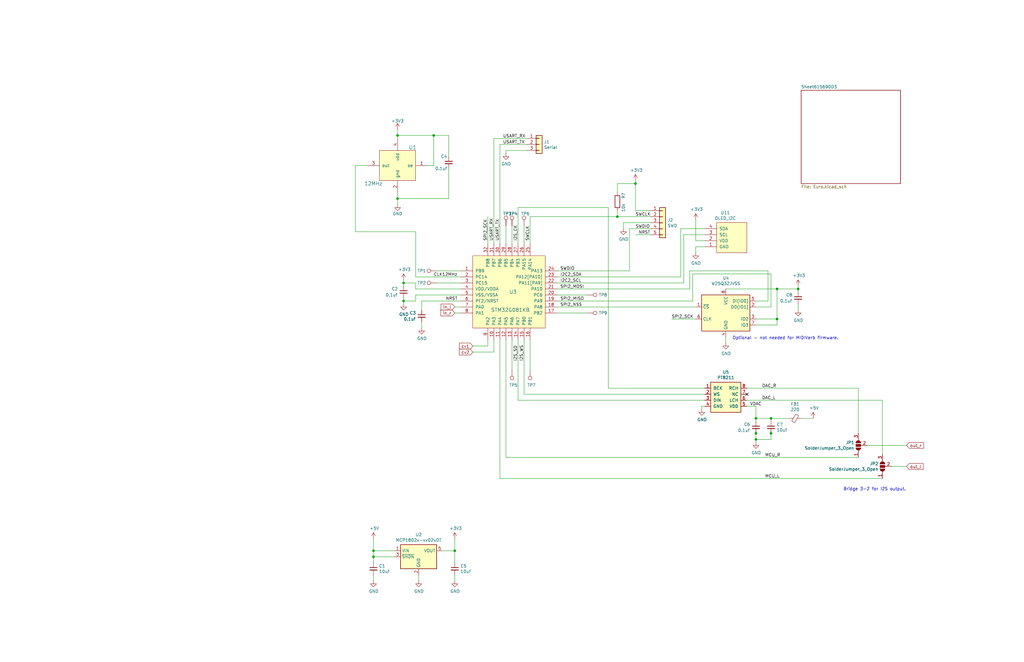
<source format=kicad_sch>
(kicad_sch (version 20231120) (generator "eeschema") (generator_version "8.0")
  (paper "B")
  (title_block (title "G081_Audio") (date "2021-09-28") (rev "-"))
  (lib_symbols
    (symbol "Connector:TestPoint" (pin_numbers hide) (pin_names (offset 0.762) hide)
      (property "Reference" "TP" (at 0 6.858 0))
      (property "Value" "TestPoint" (at 0 5.08 0))
      (symbol "TestPoint_0_1"
        (circle (center 0 3.302) (radius 0.762))
      )
      (symbol "TestPoint_1_1"
        (pin passive line (at 0 0 90) (length 2.54) (name "1") (number "1"))
      )
    )
    (symbol "Connector_Generic:Conn_01x03" (pin_names (offset 1.016) hide)
      (property "Reference" "J" (at 0 5.08 0))
      (property "Value" "Conn_01x03" (at 0 -5.08 0))
      (symbol "Conn_01x03_1_1"
        (rectangle (start -1.27 -2.413) (end 0 -2.667) (stroke (width 0.1524)))
        (rectangle (start -1.27 0.127) (end 0 -0.127) (stroke (width 0.1524)))
        (rectangle (start -1.27 2.667) (end 0 2.413) (stroke (width 0.1524)))
        (rectangle (start -1.27 3.81) (end 1.27 -3.81) (stroke (width 0.254)) (fill (type background)))
        (pin passive line (at -5.08 2.54 0) (length 3.81) (name "Pin_1") (number "1"))
        (pin passive line (at -5.08 0 0) (length 3.81) (name "Pin_2") (number "2"))
        (pin passive line (at -5.08 -2.54 0) (length 3.81) (name "Pin_3") (number "3"))
      )
    )
    (symbol "Connector_Generic:Conn_01x05" (pin_names (offset 1.016) hide)
      (property "Reference" "J" (at 0 7.62 0))
      (property "Value" "Conn_01x05" (at 0 -7.62 0))
      (symbol "Conn_01x05_1_1"
        (rectangle (start -1.27 -4.953) (end 0 -5.207) (stroke (width 0.1524)))
        (rectangle (start -1.27 -2.413) (end 0 -2.667) (stroke (width 0.1524)))
        (rectangle (start -1.27 0.127) (end 0 -0.127) (stroke (width 0.1524)))
        (rectangle (start -1.27 2.667) (end 0 2.413) (stroke (width 0.1524)))
        (rectangle (start -1.27 5.207) (end 0 4.953) (stroke (width 0.1524)))
        (rectangle (start -1.27 6.35) (end 1.27 -6.35) (stroke (width 0.254)) (fill (type background)))
        (pin passive line (at -5.08 5.08 0) (length 3.81) (name "Pin_1") (number "1"))
        (pin passive line (at -5.08 2.54 0) (length 3.81) (name "Pin_2") (number "2"))
        (pin passive line (at -5.08 0 0) (length 3.81) (name "Pin_3") (number "3"))
        (pin passive line (at -5.08 -2.54 0) (length 3.81) (name "Pin_4") (number "4"))
        (pin passive line (at -5.08 -5.08 0) (length 3.81) (name "Pin_5") (number "5"))
      )
    )
    (symbol "Device:C_Small" (pin_numbers hide) (pin_names (offset 0.254) hide)
      (property "Reference" "C" (at 0.254 1.778 0))
      (property "Value" "C_Small" (at 0.254 -2.032 0))
      (symbol "C_Small_0_1"
        (polyline (pts (xy -1.524 -0.508) (xy 1.524 -0.508)) (stroke (width 0.3302)))
        (polyline (pts (xy -1.524 0.508) (xy 1.524 0.508)) (stroke (width 0.3048)))
      )
      (symbol "C_Small_1_1"
        (pin passive line (at 0 2.54 270) (length 2.032) (name "~") (number "1"))
        (pin passive line (at 0 -2.54 90) (length 2.032) (name "~") (number "2"))
      )
    )
    (symbol "Device:R" (pin_numbers hide) (pin_names (offset 0))
      (property "Reference" "R" (at 2.032 0 90))
      (property "Value" "R" (at 0 0 90))
      (symbol "R_0_1"
        (rectangle (start -1.016 -2.54) (end 1.016 2.54) (stroke (width 0.254)))
      )
      (symbol "R_1_1"
        (pin passive line (at 0 3.81 270) (length 1.27) (name "~") (number "1"))
        (pin passive line (at 0 -3.81 90) (length 1.27) (name "~") (number "2"))
      )
    )
    (symbol "Memory_Flash:W25Q32JVSS"
      (property "Reference" "U" (at -8.89 8.89 0))
      (property "Value" "W25Q32JVSS" (at 7.62 8.89 0))
      (symbol "W25Q32JVSS_0_1"
        (rectangle (start -10.16 7.62) (end 10.16 -7.62) (stroke (width 0.254)) (fill (type background)))
      )
      (symbol "W25Q32JVSS_1_1"
        (pin input line (at -12.7 2.54 0) (length 2.54) (name "~{CS}") (number "1"))
        (pin bidirectional line (at 12.7 2.54 180) (length 2.54) (name "DO(IO1)") (number "2"))
        (pin bidirectional line (at 12.7 -2.54 180) (length 2.54) (name "IO2") (number "3"))
        (pin power_in line (at 0 -10.16 90) (length 2.54) (name "GND") (number "4"))
        (pin bidirectional line (at 12.7 5.08 180) (length 2.54) (name "DI(IO0)") (number "5"))
        (pin input line (at -12.7 -2.54 0) (length 2.54) (name "CLK") (number "6"))
        (pin bidirectional line (at 12.7 -5.08 180) (length 2.54) (name "IO3") (number "7"))
        (pin power_in line (at 0 10.16 270) (length 2.54) (name "VCC") (number "8"))
      )
    )
    (symbol "Regulator_Linear:MCP1802x-xx02xOT"
      (property "Reference" "U" (at -6.35 6.35 0))
      (property "Value" "MCP1802x-xx02xOT" (at 0 6.35 0))
      (symbol "MCP1802x-xx02xOT_0_1"
        (rectangle (start -7.62 5.08) (end 7.62 -5.08) (stroke (width 0.254)) (fill (type background)))
      )
      (symbol "MCP1802x-xx02xOT_1_1"
        (pin power_in line (at -10.16 2.54 0) (length 2.54) (name "VIN") (number "1"))
        (pin power_in line (at 0 -7.62 90) (length 2.54) (name "GND") (number "2"))
        (pin input line (at -10.16 0 0) (length 2.54) (name "~{SHDN}") (number "3"))
        (pin no_connect line (at 7.62 0 180) (length 2.54) hide (name "NC") (number "4"))
        (pin power_out line (at 10.16 2.54 180) (length 2.54) (name "VOUT") (number "5"))
      )
    )
    (symbol "emeb_library:OLED_I2C" (pin_names (offset 1.016))
      (property "Reference" "U" (at -1.27 8.89 0))
      (property "Value" "OLED_I2C" (at 3.81 -6.35 0))
      (symbol "OLED_I2C_0_1"
        (rectangle (start -2.54 7.62) (end 10.16 -5.08) (fill (type background)))
      )
      (symbol "OLED_I2C_1_1"
        (pin power_in line (at -7.62 5.08 0) (length 5.08) (name "GND") (number "1"))
        (pin power_in line (at -7.62 2.54 0) (length 5.08) (name "VDD") (number "2"))
        (pin power_in line (at -7.62 0 0) (length 5.08) (name "SCL") (number "3"))
        (pin power_in line (at -7.62 -2.54 0) (length 5.08) (name "SDA") (number "4"))
      )
    )
    (symbol "emeb_library:PT8211" (pin_names (offset 1.016))
      (property "Reference" "U" (at -6.35 10.16 0))
      (property "Value" "PT8211" (at -1.27 10.16 0))
      (symbol "PT8211_0_1"
        (rectangle (start -6.35 8.89) (end 6.35 -3.81) (stroke (width 0.254)) (fill (type background)))
      )
      (symbol "PT8211_1_1"
        (pin input line (at -8.89 6.35 0) (length 2.54) (name "BCK") (number "1"))
        (pin input line (at -8.89 3.81 0) (length 2.54) (name "WS") (number "2"))
        (pin input line (at -8.89 1.27 0) (length 2.54) (name "DIN") (number "3"))
        (pin power_in line (at -8.89 -1.27 0) (length 2.54) (name "GND") (number "4"))
        (pin power_in line (at 8.89 -1.27 180) (length 2.54) (name "VDD") (number "5"))
        (pin output line (at 8.89 1.27 180) (length 2.54) (name "LCH") (number "6"))
        (pin no_connect line (at 8.89 3.81 180) (length 2.54) (name "NC") (number "7"))
        (pin output line (at 8.89 6.35 180) (length 2.54) (name "RCH") (number "8"))
      )
    )
    (symbol "emeb_library:STM32G081KB" (pin_names (offset 1.016))
      (property "Reference" "U" (at 0 2.54 0))
      (property "Value" "STM32G081KB" (at 1.27 -6.35 0))
      (symbol "STM32G081KB_0_1"
        (rectangle (start -15.24 15.24) (end 15.24 -15.24) (fill (type background)))
      )
      (symbol "STM32G081KB_1_1"
        (pin input line (at -20.32 8.89 0) (length 5.08) (name "PB9") (number "1"))
        (pin input line (at -6.35 -20.32 90) (length 5.08) (name "PA3") (number "10"))
        (pin input line (at -3.81 -20.32 90) (length 5.08) (name "PA4") (number "11"))
        (pin input line (at -1.27 -20.32 90) (length 5.08) (name "PA5") (number "12"))
        (pin input line (at 1.27 -20.32 90) (length 5.08) (name "PA6") (number "13"))
        (pin input line (at 3.81 -20.32 90) (length 5.08) (name "PA7") (number "14"))
        (pin input line (at 6.35 -20.32 90) (length 5.08) (name "PB0") (number "15"))
        (pin input line (at 8.89 -20.32 90) (length 5.08) (name "PB1") (number "16"))
        (pin input line (at 20.32 -8.89 180) (length 5.08) (name "PB2") (number "17"))
        (pin input line (at 20.32 -6.35 180) (length 5.08) (name "PA8") (number "18"))
        (pin input line (at 20.32 -3.81 180) (length 5.08) (name "PA9") (number "19"))
        (pin input line (at -20.32 6.35 0) (length 5.08) (name "PC14") (number "2"))
        (pin input line (at 20.32 -1.27 180) (length 5.08) (name "PC6") (number "20"))
        (pin input line (at 20.32 1.27 180) (length 5.08) (name "PA10") (number "21"))
        (pin input line (at 20.32 3.81 180) (length 5.08) (name "PA11[PA9]") (number "22"))
        (pin input line (at 20.32 6.35 180) (length 5.08) (name "PA12[PA10]") (number "23"))
        (pin input line (at 20.32 8.89 180) (length 5.08) (name "PA13") (number "24"))
        (pin input line (at 8.89 20.32 270) (length 5.08) (name "PA14") (number "25"))
        (pin input line (at 6.35 20.32 270) (length 5.08) (name "PA15") (number "26"))
        (pin input line (at 3.81 20.32 270) (length 5.08) (name "PB3") (number "27"))
        (pin input line (at 1.27 20.32 270) (length 5.08) (name "PB4") (number "28"))
        (pin input line (at -1.27 20.32 270) (length 5.08) (name "PB5") (number "29"))
        (pin input line (at -20.32 3.81 0) (length 5.08) (name "PC15") (number "3"))
        (pin input line (at -3.81 20.32 270) (length 5.08) (name "PB6") (number "30"))
        (pin input line (at -6.35 20.32 270) (length 5.08) (name "PB7") (number "31"))
        (pin input line (at -8.89 20.32 270) (length 5.08) (name "PB8") (number "32"))
        (pin power_in line (at -20.32 1.27 0) (length 5.08) (name "VDD/VDDA") (number "4"))
        (pin power_in line (at -20.32 -1.27 0) (length 5.08) (name "VSS/VSSA") (number "5"))
        (pin input line (at -20.32 -3.81 0) (length 5.08) (name "PF2/NRST") (number "6"))
        (pin input line (at -20.32 -6.35 0) (length 5.08) (name "PA0") (number "7"))
        (pin input line (at -20.32 -8.89 0) (length 5.08) (name "PA1") (number "8"))
        (pin input line (at -8.89 -20.32 90) (length 5.08) (name "PA2") (number "9"))
      )
    )
    (symbol "emeb_library:XTAL_OSC_OE" (pin_names (offset 1.016))
      (property "Reference" "U" (at -6.35 7.62 0))
      (property "Value" "XTAL_OSC_OE" (at 10.16 -7.62 0))
      (symbol "XTAL_OSC_OE_0_1"
        (rectangle (start -7.62 6.35) (end 7.62 -6.35) (fill (type background)))
      )
      (symbol "XTAL_OSC_OE_1_1"
        (pin input line (at -12.7 0 0) (length 5.08) (name "oe") (number "1"))
        (pin input line (at 0 -11.43 90) (length 5.08) (name "gnd") (number "2"))
        (pin output line (at 12.7 0 180) (length 5.08) (name "out") (number "3"))
        (pin input line (at 0 11.43 270) (length 5.08) (name "vdd") (number "4"))
      )
    )
    (symbol "g081_audio-rescue:+3.3V-power" (power) (pin_names (offset 0))
      (property "Value" "+3.3V-power" (at 0 3.556 0))
      (symbol "+3.3V-power_0_1"
        (polyline (pts (xy -0.762 1.27) (xy 0 2.54)))
        (polyline (pts (xy 0 0) (xy 0 2.54)))
        (polyline (pts (xy 0 2.54) (xy 0.762 1.27)))
      )
      (symbol "+3.3V-power_1_1"
        (pin power_in line (at 0 0 90) (length 0) hide (name "+3V3") (number "1"))
      )
    )
    (symbol "g081_audio-rescue:Ferrite_Bead_Small-Device" (pin_numbers hide) (pin_names (offset 0))
      (property "Reference" "FB" (at 1.905 1.27 0))
      (property "Value" "Ferrite_Bead_Small-Device" (at 1.905 -1.27 0))
      (symbol "Ferrite_Bead_Small-Device_0_1"
        (polyline (pts (xy 0 -1.27) (xy 0 -0.7874)))
        (polyline (pts (xy 0 0.889) (xy 0 1.2954)))
        (polyline (pts (xy -1.8288 0.2794) (xy -1.1176 1.4986) (xy 1.8288 -0.2032) (xy 1.1176 -1.4224) (xy -1.8288 0.2794)))
      )
      (symbol "Ferrite_Bead_Small-Device_1_1"
        (pin passive line (at 0 2.54 270) (length 1.27) (name "~") (number "1"))
        (pin passive line (at 0 -2.54 90) (length 1.27) (name "~") (number "2"))
      )
    )
    (symbol "g081_audio-rescue:SolderJumper_3_Open-Jumper" (pin_names (offset 0) hide)
      (property "Reference" "JP" (at -2.54 -2.54 0))
      (property "Value" "SolderJumper_3_Open-Jumper" (at 0 2.794 0))
      (symbol "SolderJumper_3_Open-Jumper_0_1"
        (arc (start -1.016 1.016) (mid -2.0275 0) (end -1.016 -1.016))
        (arc (start -1.016 1.016) (mid -2.0275 0) (end -1.016 -1.016) (fill (type outline)))
        (rectangle (start -0.508 1.016) (end 0.508 -1.016) (fill (type outline)))
        (polyline (pts (xy -2.54 0) (xy -2.032 0)))
        (polyline (pts (xy -1.016 1.016) (xy -1.016 -1.016)))
        (polyline (pts (xy 0 -1.27) (xy 0 -1.016)))
        (polyline (pts (xy 1.016 1.016) (xy 1.016 -1.016)))
        (polyline (pts (xy 2.54 0) (xy 2.032 0)))
        (arc (start 1.016 -1.016) (mid 2.0275 0) (end 1.016 1.016))
        (arc (start 1.016 -1.016) (mid 2.0275 0) (end 1.016 1.016) (fill (type outline)))
      )
      (symbol "SolderJumper_3_Open-Jumper_1_1"
        (pin passive line (at -5.08 0 0) (length 2.54) (name "A") (number "1"))
        (pin input line (at 0 -3.81 90) (length 2.54) (name "C") (number "2"))
        (pin passive line (at 5.08 0 180) (length 2.54) (name "B") (number "3"))
      )
    )
    (symbol "power:+5V" (power) (pin_names (offset 0))
      (property "Value" "+5V" (at 0 3.556 0))
      (symbol "+5V_0_1"
        (polyline (pts (xy -0.762 1.27) (xy 0 2.54)))
        (polyline (pts (xy 0 0) (xy 0 2.54)))
        (polyline (pts (xy 0 2.54) (xy 0.762 1.27)))
      )
      (symbol "+5V_1_1"
        (pin power_in line (at 0 0 90) (length 0) hide (name "+5V") (number "1"))
      )
    )
    (symbol "power:GND" (power) (pin_names (offset 0))
      (property "Value" "GND" (at 0 -3.81 0))
      (symbol "GND_0_1"
        (polyline (pts (xy 0 0) (xy 0 -1.27) (xy 1.27 -1.27) (xy 0 -2.54) (xy -1.27 -1.27) (xy 0 -1.27)))
      )
      (symbol "GND_1_1"
        (pin power_in line (at 0 0 270) (length 0) hide (name "GND") (number "1"))
      )
    )
  )
  (junction (at 327.66 134.62))
  (junction (at 170.18 119.38))
  (junction (at 260.35 91.44))
  (junction (at 267.97 77.47))
  (junction (at 318.77 176.53))
  (junction (at 191.77 232.41))
  (junction (at 325.12 176.53))
  (junction (at 327.66 121.92))
  (junction (at 336.55 121.92))
  (junction (at 167.64 83.82))
  (junction (at 167.64 57.15))
  (junction (at 318.77 182.88))
  (junction (at 325.12 182.88))
  (junction (at 318.77 185.42))
  (junction (at 157.48 234.95))
  (junction (at 170.18 127))
  (junction (at 157.48 232.41))
  (junction (at 182.88 57.15))
  (no_connect (at 314.96 166.37))
  (wire (pts (xy 318.77 137.16) (xy 327.66 137.16)))
  (wire (pts (xy 292.1 127) (xy 292.1 115.57)))
  (wire (pts (xy 213.36 95.25) (xy 213.36 102.87)))
  (wire (pts (xy 213.36 193.04) (xy 361.95 193.04)))
  (wire (pts (xy 295.91 171.45) (xy 295.91 172.72)))
  (wire (pts (xy 210.82 60.96) (xy 222.25 60.96)))
  (wire (pts (xy 208.28 58.42) (xy 222.25 58.42)))
  (wire (pts (xy 274.32 88.9) (xy 267.97 88.9)))
  (wire (pts (xy 234.95 114.3) (xy 265.43 114.3)))
  (wire (pts (xy 167.64 54.61) (xy 167.64 57.15)))
  (wire (pts (xy 215.9 95.25) (xy 215.9 102.87)))
  (wire (pts (xy 297.18 104.14) (xy 293.37 104.14)))
  (wire (pts (xy 166.37 232.41) (xy 157.48 232.41)))
  (wire (pts (xy 318.77 176.53) (xy 318.77 177.8)))
  (wire (pts (xy 234.95 119.38) (xy 288.29 119.38)))
  (wire (pts (xy 325.12 181.61) (xy 325.12 182.88)))
  (wire (pts (xy 323.85 114.3) (xy 290.83 114.3)))
  (wire (pts (xy 260.35 77.47) (xy 260.35 81.28)))
  (wire (pts (xy 318.77 182.88) (xy 318.77 181.61)))
  (wire (pts (xy 325.12 115.57) (xy 325.12 129.54)))
  (wire (pts (xy 306.07 144.78) (xy 306.07 142.24)))
  (wire (pts (xy 327.66 137.16) (xy 327.66 134.62)))
  (wire (pts (xy 218.44 87.63) (xy 218.44 102.87)))
  (wire (pts (xy 297.18 171.45) (xy 295.91 171.45)))
  (wire (pts (xy 274.32 93.98) (xy 262.89 93.98)))
  (wire (pts (xy 260.35 88.9) (xy 260.35 91.44)))
  (wire (pts (xy 213.36 64.77) (xy 213.36 63.5)))
  (wire (pts (xy 210.82 102.87) (xy 210.82 60.96)))
  (wire (pts (xy 149.86 97.79) (xy 149.86 69.85)))
  (wire (pts (xy 327.66 134.62) (xy 327.66 121.92)))
  (wire (pts (xy 292.1 115.57) (xy 325.12 115.57)))
  (wire (pts (xy 170.18 128.27) (xy 170.18 127)))
  (wire (pts (xy 325.12 129.54) (xy 318.77 129.54)))
  (wire (pts (xy 375.92 196.85) (xy 382.27 196.85)))
  (wire (pts (xy 191.77 242.57) (xy 191.77 245.11)))
  (wire (pts (xy 336.55 128.27) (xy 336.55 130.81)))
  (wire (pts (xy 184.15 114.3) (xy 194.31 114.3)))
  (wire (pts (xy 318.77 176.53) (xy 325.12 176.53)))
  (wire (pts (xy 189.23 71.12) (xy 189.23 83.82)))
  (wire (pts (xy 210.82 201.93) (xy 372.11 201.93)))
  (wire (pts (xy 318.77 185.42) (xy 318.77 182.88)))
  (wire (pts (xy 184.15 119.38) (xy 194.31 119.38)))
  (wire (pts (xy 361.95 163.83) (xy 361.95 182.88)))
  (wire (pts (xy 323.85 127) (xy 323.85 114.3)))
  (wire (pts (xy 297.18 168.91) (xy 218.44 168.91)))
  (wire (pts (xy 208.28 58.42) (xy 208.28 102.87)))
  (wire (pts (xy 293.37 101.6) (xy 293.37 92.71)))
  (wire (pts (xy 194.31 121.92) (xy 175.26 121.92)))
  (wire (pts (xy 306.07 121.92) (xy 327.66 121.92)))
  (wire (pts (xy 205.74 146.05) (xy 205.74 143.51)))
  (wire (pts (xy 177.8 127) (xy 177.8 130.81)))
  (wire (pts (xy 318.77 186.69) (xy 318.77 185.42)))
  (wire (pts (xy 167.64 83.82) (xy 167.64 86.36)))
  (wire (pts (xy 256.54 163.83) (xy 256.54 87.63)))
  (wire (pts (xy 199.39 148.59) (xy 208.28 148.59)))
  (wire (pts (xy 166.37 234.95) (xy 157.48 234.95)))
  (wire (pts (xy 213.36 63.5) (xy 222.25 63.5)))
  (wire (pts (xy 175.26 121.92) (xy 175.26 119.38)))
  (wire (pts (xy 149.86 69.85) (xy 154.94 69.85)))
  (wire (pts (xy 325.12 176.53) (xy 332.74 176.53)))
  (wire (pts (xy 325.12 182.88) (xy 325.12 185.42)))
  (wire (pts (xy 177.8 135.89) (xy 177.8 138.43)))
  (wire (pts (xy 234.95 127) (xy 292.1 127)))
  (wire (pts (xy 170.18 119.38) (xy 170.18 118.11)))
  (wire (pts (xy 325.12 185.42) (xy 318.77 185.42)))
  (wire (pts (xy 191.77 132.08) (xy 194.31 132.08)))
  (wire (pts (xy 175.26 124.46) (xy 175.26 127)))
  (wire (pts (xy 293.37 134.62) (xy 283.21 134.62)))
  (wire (pts (xy 191.77 232.41) (xy 191.77 227.33)))
  (wire (pts (xy 318.77 127) (xy 323.85 127)))
  (wire (pts (xy 157.48 234.95) (xy 157.48 237.49)))
  (wire (pts (xy 288.29 99.06) (xy 297.18 99.06)))
  (wire (pts (xy 170.18 127) (xy 170.18 125.73)))
  (wire (pts (xy 182.88 69.85) (xy 182.88 57.15)))
  (wire (pts (xy 223.52 91.44) (xy 260.35 91.44)))
  (wire (pts (xy 318.77 171.45) (xy 318.77 176.53)))
  (wire (pts (xy 267.97 77.47) (xy 267.97 76.2)))
  (wire (pts (xy 290.83 121.92) (xy 234.95 121.92)))
  (wire (pts (xy 194.31 116.84) (xy 175.26 116.84)))
  (wire (pts (xy 215.9 143.51) (xy 215.9 156.21)))
  (wire (pts (xy 325.12 176.53) (xy 325.12 177.8)))
  (wire (pts (xy 223.52 143.51) (xy 223.52 156.21)))
  (wire (pts (xy 256.54 87.63) (xy 218.44 87.63)))
  (wire (pts (xy 182.88 57.15) (xy 167.64 57.15)))
  (wire (pts (xy 297.18 101.6) (xy 293.37 101.6)))
  (wire (pts (xy 287.02 96.52) (xy 297.18 96.52)))
  (wire (pts (xy 297.18 163.83) (xy 256.54 163.83)))
  (wire (pts (xy 176.53 245.11) (xy 176.53 242.57)))
  (wire (pts (xy 297.18 166.37) (xy 220.98 166.37)))
  (wire (pts (xy 199.39 146.05) (xy 205.74 146.05)))
  (wire (pts (xy 189.23 57.15) (xy 182.88 57.15)))
  (wire (pts (xy 265.43 96.52) (xy 274.32 96.52)))
  (wire (pts (xy 234.95 129.54) (xy 293.37 129.54)))
  (wire (pts (xy 157.48 242.57) (xy 157.48 245.11)))
  (wire (pts (xy 189.23 57.15) (xy 189.23 66.04)))
  (wire (pts (xy 213.36 143.51) (xy 213.36 193.04)))
  (wire (pts (xy 194.31 127) (xy 177.8 127)))
  (wire (pts (xy 186.69 232.41) (xy 191.77 232.41)))
  (wire (pts (xy 157.48 227.33) (xy 157.48 232.41)))
  (wire (pts (xy 220.98 166.37) (xy 220.98 143.51)))
  (wire (pts (xy 247.65 124.46) (xy 234.95 124.46)))
  (wire (pts (xy 260.35 77.47) (xy 267.97 77.47)))
  (wire (pts (xy 287.02 116.84) (xy 287.02 96.52)))
  (wire (pts (xy 167.64 81.28) (xy 167.64 83.82)))
  (wire (pts (xy 218.44 168.91) (xy 218.44 143.51)))
  (wire (pts (xy 223.52 102.87) (xy 223.52 91.44)))
  (wire (pts (xy 167.64 83.82) (xy 189.23 83.82)))
  (wire (pts (xy 327.66 121.92) (xy 336.55 121.92)))
  (wire (pts (xy 170.18 120.65) (xy 170.18 119.38)))
  (wire (pts (xy 175.26 119.38) (xy 170.18 119.38)))
  (wire (pts (xy 336.55 123.19) (xy 336.55 121.92)))
  (wire (pts (xy 265.43 96.52) (xy 265.43 114.3)))
  (wire (pts (xy 342.9 176.53) (xy 337.82 176.53)))
  (wire (pts (xy 234.95 116.84) (xy 287.02 116.84)))
  (wire (pts (xy 220.98 95.25) (xy 220.98 102.87)))
  (wire (pts (xy 175.26 127) (xy 170.18 127)))
  (wire (pts (xy 194.31 124.46) (xy 175.26 124.46)))
  (wire (pts (xy 290.83 114.3) (xy 290.83 121.92)))
  (wire (pts (xy 210.82 143.51) (xy 210.82 201.93)))
  (wire (pts (xy 314.96 171.45) (xy 318.77 171.45)))
  (wire (pts (xy 293.37 104.14) (xy 293.37 106.68)))
  (wire (pts (xy 260.35 91.44) (xy 274.32 91.44)))
  (wire (pts (xy 208.28 148.59) (xy 208.28 143.51)))
  (wire (pts (xy 314.96 163.83) (xy 361.95 163.83)))
  (wire (pts (xy 267.97 88.9) (xy 267.97 77.47)))
  (wire (pts (xy 157.48 232.41) (xy 157.48 234.95)))
  (wire (pts (xy 180.34 69.85) (xy 182.88 69.85)))
  (wire (pts (xy 274.32 99.06) (xy 267.97 99.06)))
  (wire (pts (xy 191.77 129.54) (xy 194.31 129.54)))
  (wire (pts (xy 372.11 168.91) (xy 372.11 191.77)))
  (wire (pts (xy 336.55 121.92) (xy 336.55 120.65)))
  (wire (pts (xy 262.89 93.98) (xy 262.89 96.52)))
  (wire (pts (xy 288.29 119.38) (xy 288.29 99.06)))
  (wire (pts (xy 205.74 102.87) (xy 205.74 91.44)))
  (wire (pts (xy 191.77 232.41) (xy 191.77 237.49)))
  (wire (pts (xy 175.26 97.79) (xy 149.86 97.79)))
  (wire (pts (xy 175.26 116.84) (xy 175.26 97.79)))
  (wire (pts (xy 314.96 168.91) (xy 372.11 168.91)))
  (wire (pts (xy 247.65 132.08) (xy 234.95 132.08)))
  (wire (pts (xy 318.77 134.62) (xy 327.66 134.62)))
  (wire (pts (xy 365.76 187.96) (xy 382.27 187.96)))
  (wire (pts (xy 167.64 57.15) (xy 167.64 58.42)))
  (text "Optional - not needed for MIDIVerb firmware." (at 331.216 142.748 0) (effects (font (size 1.27 1.27))))
  (text "Bridge 3-2 for I2S output." (at 368.808 206.502 0) (effects (font (size 1.27 1.27))))
  (label "SWCLK" (at 267.97 91.44 0))
  (label "SWDIO" (at 236.22 114.3 0))
  (label "SPI2_NSS" (at 236.22 129.54 0))
  (label "DAC_R" (at 321.31 163.83 0))
  (label "USART_RX" (at 208.28 101.6 90))
  (label "I2S_SD" (at 218.44 152.4 90))
  (label "NRST" (at 269.24 99.06 0))
  (label "SWDIO" (at 267.97 96.52 0))
  (label "I2S_WS" (at 220.98 152.4 90))
  (label "VDAC" (at 316.23 171.45 0))
  (label "MCU_L" (at 322.58 201.93 0))
  (label "SPI2_MISO" (at 236.22 127 0))
  (label "USART_TX" (at 212.09 60.96 0))
  (label "USART_TX" (at 210.82 101.6 90))
  (label "I2C2_SDA" (at 236.22 116.84 0))
  (label "USART_RX" (at 212.09 58.42 0))
  (label "SWCLK" (at 223.52 101.6 90))
  (label "I2S_CK" (at 218.44 101.6 90))
  (label "DAC_L" (at 321.31 168.91 0))
  (label "MCU_R" (at 322.58 193.04 0))
  (label "SPI2_MOSI" (at 236.22 121.92 0))
  (label "CLK12MHz" (at 182.88 116.84 0))
  (label "NRST" (at 187.96 127 0))
  (label "I2C2_SCL" (at 236.22 119.38 0))
  (label "SPI2_SCK" (at 283.21 134.62 0))
  (label "SPI2_SCK" (at 205.74 101.6 90))
  (global_label "in_r" (shape input) (at 191.77 132.08 180) (property "Intersheetrefs" "${INTERSHEET_REFS}" (effects (hide yes))))
  (global_label "cv2" (shape input) (at 199.39 148.59 180) (property "Intersheetrefs" "${INTERSHEET_REFS}" (effects (hide yes))))
  (global_label "cv1" (shape input) (at 199.39 146.05 180) (property "Intersheetrefs" "${INTERSHEET_REFS}" (effects (hide yes))))
  (global_label "out_l" (shape input) (at 382.27 196.85 0) (property "Intersheetrefs" "${INTERSHEET_REFS}" (effects (hide yes))))
  (global_label "out_r" (shape input) (at 382.27 187.96 0) (property "Intersheetrefs" "${INTERSHEET_REFS}" (effects (hide yes))))
  (global_label "in_l" (shape input) (at 191.77 129.54 180) (property "Intersheetrefs" "${INTERSHEET_REFS}" (effects (hide yes))))
  (symbol (lib_id "Memory_Flash:W25Q32JVSS") (at 306.07 132.08 0) (unit 1)
    (property "Reference" "U4" (at 306.07 117.3226 0))
    (property "Value" "W25Q32JVSS" (at 306.07 119.634 0))
    (property "Footprint" "footprints:SOIC-8_208mil_Pitch1.27mm" (effects (hide yes)))
    (property "Datasheet" "http://www.winbond.com/resource-files/w25q32jv%20revg%2003272018%20plus.pdf" (effects (hide yes)))
  )
  (symbol (lib_id "Device:C_Small") (at 336.55 125.73 0) (unit 1)
    (property "Reference" "C8" (at 331.47 124.46 0) (effects (justify left)))
    (property "Value" "0.1uf" (at 328.93 127 0) (effects (justify left)))
    (property "Footprint" "Capacitors_SMD:C_0603" (effects (hide yes)))
  )
  (symbol (lib_id "power:GND") (at 336.55 130.81 0) (unit 1)
    (property "Reference" "#PWR0115" (effects (hide yes)))
    (property "Value" "GND" (at 336.677 135.2042 0))
  )
  (symbol (lib_id "g081_audio-rescue:+3.3V-power") (at 336.55 120.65 0) (unit 1)
    (property "Reference" "#PWR0116" (effects (hide yes)))
    (property "Value" "+3V3" (at 336.931 116.2558 0))
  )
  (symbol (lib_id "power:GND") (at 306.07 144.78 0) (unit 1)
    (property "Reference" "#PWR0117" (effects (hide yes)))
    (property "Value" "GND" (at 306.197 149.1742 0))
  )
  (symbol (lib_id "g081_audio-rescue:+3.3V-power") (at 293.37 92.71 0) (unit 1)
    (property "Reference" "#PWR0118" (effects (hide yes)))
    (property "Value" "+3V3" (at 293.751 88.3158 0))
  )
  (symbol (lib_id "power:GND") (at 293.37 106.68 0) (unit 1)
    (property "Reference" "#PWR0119" (effects (hide yes)))
    (property "Value" "GND" (at 293.497 111.0742 0))
  )
  (symbol (lib_id "emeb_library:OLED_I2C") (at 304.8 99.06 0) (mirror x) (unit 1)
    (property "Reference" "U11" (at 305.8668 89.789 0))
    (property "Value" "OLED_I2C" (at 305.8668 92.1004 0))
    (property "Footprint" "footprints:OLED_I2C_64x32_0.95" (effects (hide yes)))
  )
  (symbol (lib_id "emeb_library:XTAL_OSC_OE") (at 167.64 69.85 0) (mirror y) (unit 1)
    (property "Reference" "U1" (at 173.99 62.23 0) (effects (font (size 1.524 1.524))))
    (property "Value" "12MHz" (at 157.48 77.47 0) (effects (font (size 1.524 1.524))))
    (property "Footprint" "Oscillators:Oscillator_SMD_SeikoEpson_SG210-4pin_2.5x2.0mm" (effects (hide yes)))
  )
  (symbol (lib_id "Device:C_Small") (at 189.23 68.58 0) (mirror y) (unit 1)
    (property "Reference" "C4" (at 188.595 66.04 0) (effects (justify left)))
    (property "Value" "0.1uf" (at 188.595 71.12 0) (effects (justify left)))
    (property "Footprint" "Capacitors_SMD:C_0603" (effects (hide yes)))
  )
  (symbol (lib_id "power:GND") (at 167.64 86.36 0) (mirror y) (unit 1)
    (property "Reference" "#PWR0120" (effects (hide yes)))
    (property "Value" "GND" (at 167.64 90.17 0))
  )
  (symbol (lib_id "g081_audio-rescue:+3.3V-power") (at 167.64 54.61 0) (mirror y) (unit 1)
    (property "Reference" "#PWR0121" (effects (hide yes)))
    (property "Value" "+3V3" (at 167.64 51.054 0))
  )
  (symbol (lib_id "Connector:TestPoint") (at 184.15 114.3 90) (unit 1)
    (property "Reference" "TP1" (at 177.8 114.3 90))
    (property "Value" "TestPoint" (effects (hide yes)))
    (property "Footprint" "Measurement_Points:Measurement_Point_Round-SMD-Pad_Small" (effects (hide yes)))
  )
  (symbol (lib_id "Connector:TestPoint") (at 184.15 119.38 90) (unit 1)
    (property "Reference" "TP2" (at 177.8 119.38 90))
    (property "Value" "TestPoint" (effects (hide yes)))
    (property "Footprint" "Measurement_Points:Measurement_Point_Round-SMD-Pad_Small" (effects (hide yes)))
  )
  (symbol (lib_id "Connector:TestPoint") (at 215.9 156.21 180) (unit 1)
    (property "Reference" "TP5" (at 214.63 162.56 0) (effects (justify right)))
    (property "Value" "TestPoint" (effects (hide yes)))
    (property "Footprint" "Measurement_Points:Measurement_Point_Round-SMD-Pad_Small" (effects (hide yes)))
  )
  (symbol (lib_id "Connector:TestPoint") (at 223.52 156.21 180) (unit 1)
    (property "Reference" "TP7" (at 222.25 162.56 0) (effects (justify right)))
    (property "Value" "TestPoint" (effects (hide yes)))
    (property "Footprint" "Measurement_Points:Measurement_Point_Round-SMD-Pad_Small" (effects (hide yes)))
  )
  (symbol (lib_id "Connector:TestPoint") (at 247.65 132.08 270) (unit 1)
    (property "Reference" "TP9" (at 252.4252 132.08 90) (effects (justify left)))
    (property "Value" "TestPoint" (effects (hide yes)))
    (property "Footprint" "Measurement_Points:Measurement_Point_Round-SMD-Pad_Small" (effects (hide yes)))
  )
  (symbol (lib_id "Connector:TestPoint") (at 247.65 124.46 270) (unit 1)
    (property "Reference" "TP8" (at 252.4252 124.46 90) (effects (justify left)))
    (property "Value" "TestPoint" (effects (hide yes)))
    (property "Footprint" "Measurement_Points:Measurement_Point_Round-SMD-Pad_Small" (effects (hide yes)))
  )
  (symbol (lib_id "Connector:TestPoint") (at 220.98 95.25 0) (unit 1)
    (property "Reference" "TP6" (at 219.71 90.17 0) (effects (justify left)))
    (property "Value" "TestPoint" (effects (hide yes)))
    (property "Footprint" "Measurement_Points:Measurement_Point_Round-SMD-Pad_Small" (effects (hide yes)))
  )
  (symbol (lib_id "Connector:TestPoint") (at 215.9 95.25 0) (unit 1)
    (property "Reference" "TP4" (at 214.63 90.17 0) (effects (justify left)))
    (property "Value" "TestPoint" (effects (hide yes)))
    (property "Footprint" "Measurement_Points:Measurement_Point_Round-SMD-Pad_Small" (effects (hide yes)))
  )
  (symbol (lib_id "Connector:TestPoint") (at 213.36 95.25 0) (unit 1)
    (property "Reference" "TP3" (at 212.09 90.17 0) (effects (justify left)))
    (property "Value" "TestPoint" (effects (hide yes)))
    (property "Footprint" "Measurement_Points:Measurement_Point_Round-SMD-Pad_Small" (effects (hide yes)))
  )
  (symbol (lib_id "Device:R") (at 260.35 85.09 180) (unit 1)
    (property "Reference" "R?" (at 262.89 82.55 90))
    (property "Value" "10k" (at 262.89 87.63 90))
    (property "Footprint" "Resistors_SMD:R_0603" (effects (hide yes)))
  )
  (symbol (lib_id "emeb_library:STM32G081KB") (at 214.63 123.19 0) (unit 1)
    (property "Reference" "U3" (at 214.63 123.19 0) (effects (font (size 1.524 1.524)) (justify left)))
    (property "Value" "STM32G081KB" (at 207.01 130.81 0) (effects (font (size 1.524 1.524)) (justify left)))
    (property "Footprint" "Housings_QFP:LQFP-32_7x7mm_Pitch0.8mm" (effects (hide yes)))
  )
  (symbol (lib_id "Device:C_Small") (at 170.18 123.19 0) (unit 1)
    (property "Reference" "C2" (at 165.1 121.92 0) (effects (justify left)))
    (property "Value" "0.1uf" (at 162.56 124.46 0) (effects (justify left)))
    (property "Footprint" "Capacitors_SMD:C_0603" (effects (hide yes)))
  )
  (symbol (lib_id "power:GND") (at 170.18 128.27 0) (unit 1)
    (property "Reference" "#PWR0101" (effects (hide yes)))
    (property "Value" "GND" (at 170.307 132.6642 0))
  )
  (symbol (lib_id "Regulator_Linear:MCP1802x-xx02xOT") (at 176.53 234.95 0) (unit 1)
    (property "Reference" "U2" (at 176.53 225.6282 0))
    (property "Value" "MCP1802x-xx02xOT" (at 176.53 227.9396 0))
    (property "Footprint" "Package_TO_SOT_SMD:SOT-23-5" (effects (hide yes)))
    (property "Datasheet" "http://ww1.microchip.com/downloads/en/DeviceDoc/22053C.pdf" (effects (hide yes)))
  )
  (symbol (lib_id "power:+5V") (at 157.48 227.33 0) (unit 1)
    (property "Reference" "#PWR0102" (effects (hide yes)))
    (property "Value" "+5V" (at 157.861 222.9358 0))
  )
  (symbol (lib_id "power:GND") (at 157.48 245.11 0) (unit 1)
    (property "Reference" "#PWR0103" (effects (hide yes)))
    (property "Value" "GND" (at 157.607 249.5042 0))
  )
  (symbol (lib_id "Device:C_Small") (at 157.48 240.03 0) (unit 1)
    (property "Reference" "C1" (at 159.8168 238.8616 0) (effects (justify left)))
    (property "Value" "10uf" (at 159.8168 241.173 0) (effects (justify left)))
    (property "Footprint" "Capacitors_SMD:C_0805" (effects (hide yes)))
  )
  (symbol (lib_id "power:GND") (at 191.77 245.11 0) (unit 1)
    (property "Reference" "#PWR0104" (effects (hide yes)))
    (property "Value" "GND" (at 191.897 249.5042 0))
  )
  (symbol (lib_id "Device:C_Small") (at 191.77 240.03 0) (unit 1)
    (property "Reference" "C5" (at 194.1068 238.8616 0) (effects (justify left)))
    (property "Value" "10uf" (at 194.1068 241.173 0) (effects (justify left)))
    (property "Footprint" "Capacitors_SMD:C_0805" (effects (hide yes)))
  )
  (symbol (lib_id "g081_audio-rescue:+3.3V-power") (at 191.77 227.33 0) (unit 1)
    (property "Reference" "#PWR0105" (effects (hide yes)))
    (property "Value" "+3V3" (at 192.151 222.9358 0))
  )
  (symbol (lib_id "power:GND") (at 176.53 245.11 0) (unit 1)
    (property "Reference" "#PWR0106" (effects (hide yes)))
    (property "Value" "GND" (at 176.657 249.5042 0))
  )
  (symbol (lib_id "g081_audio-rescue:+3.3V-power") (at 170.18 118.11 0) (unit 1)
    (property "Reference" "#PWR0107" (effects (hide yes)))
    (property "Value" "+3V3" (at 170.561 113.7158 0))
  )
  (symbol (lib_id "Connector_Generic:Conn_01x05") (at 279.4 93.98 0) (unit 1)
    (property "Reference" "J2" (at 281.432 92.9132 0) (effects (justify left)))
    (property "Value" "SWD" (at 281.432 95.2246 0) (effects (justify left)))
    (property "Footprint" "Pin_Headers:Pin_Header_Straight_1x05_Pitch2.54mm" (effects (hide yes)))
  )
  (symbol (lib_id "Connector_Generic:Conn_01x03") (at 227.33 60.96 0) (unit 1)
    (property "Reference" "J1" (at 229.362 59.8932 0) (effects (justify left)))
    (property "Value" "Serial" (at 229.362 62.2046 0) (effects (justify left)))
    (property "Footprint" "Pin_Headers:Pin_Header_Straight_1x03_Pitch2.54mm" (effects (hide yes)))
  )
  (symbol (lib_id "emeb_library:PT8211") (at 306.07 170.18 0) (unit 1)
    (property "Reference" "U5" (at 306.07 157.0482 0))
    (property "Value" "PT8211" (at 306.07 159.3596 0))
    (property "Footprint" "Housings_SOIC:SOIC-8_3.9x4.9mm_Pitch1.27mm" (effects (hide yes)))
  )
  (symbol (lib_id "g081_audio-rescue:SolderJumper_3_Open-Jumper") (at 361.95 187.96 90) (unit 1)
    (property "Reference" "JP1" (at 360.2482 186.7916 90) (effects (justify left)))
    (property "Value" "SolderJumper_3_Open" (at 360.2482 189.103 90) (effects (justify left)))
    (property "Footprint" "Jumper:SolderJumper-3_P1.3mm_Open_RoundedPad1.0x1.5mm" (effects (hide yes)))
  )
  (symbol (lib_id "power:GND") (at 295.91 172.72 0) (unit 1)
    (property "Reference" "#PWR0108" (effects (hide yes)))
    (property "Value" "GND" (at 296.037 177.1142 0))
  )
  (symbol (lib_id "power:+5V") (at 342.9 176.53 0) (unit 1)
    (property "Reference" "#PWR0109" (effects (hide yes)))
    (property "Value" "+5V" (at 343.281 172.1358 0))
  )
  (symbol (lib_id "power:GND") (at 318.77 186.69 0) (unit 1)
    (property "Reference" "#PWR0110" (effects (hide yes)))
    (property "Value" "GND" (at 318.897 191.0842 0))
  )
  (symbol (lib_id "Device:C_Small") (at 318.77 180.34 0) (unit 1)
    (property "Reference" "C6" (at 313.69 179.07 0) (effects (justify left)))
    (property "Value" "0.1uf" (at 311.15 181.61 0) (effects (justify left)))
    (property "Footprint" "Capacitors_SMD:C_0603" (effects (hide yes)))
  )
  (symbol (lib_id "Device:C_Small") (at 325.12 180.34 0) (unit 1)
    (property "Reference" "C7" (at 327.4568 179.1716 0) (effects (justify left)))
    (property "Value" "10uf" (at 327.4568 181.483 0) (effects (justify left)))
    (property "Footprint" "Capacitors_SMD:C_0805" (effects (hide yes)))
  )
  (symbol (lib_id "g081_audio-rescue:Ferrite_Bead_Small-Device") (at 335.28 176.53 270) (unit 1)
    (property "Reference" "FB1" (at 335.28 170.5102 90))
    (property "Value" "220" (at 335.28 172.8216 90))
    (property "Footprint" "Resistors_SMD:R_0805" (effects (hide yes)))
  )
  (symbol (lib_id "g081_audio-rescue:SolderJumper_3_Open-Jumper") (at 372.11 196.85 90) (unit 1)
    (property "Reference" "JP2" (at 370.4082 195.6816 90) (effects (justify left)))
    (property "Value" "SolderJumper_3_Open" (at 370.4082 197.993 90) (effects (justify left)))
    (property "Footprint" "Jumper:SolderJumper-3_P1.3mm_Open_RoundedPad1.0x1.5mm" (effects (hide yes)))
  )
  (symbol (lib_id "power:GND") (at 213.36 64.77 0) (unit 1)
    (property "Reference" "#PWR0111" (effects (hide yes)))
    (property "Value" "GND" (at 213.487 69.1642 0))
  )
  (symbol (lib_id "g081_audio-rescue:+3.3V-power") (at 267.97 76.2 0) (unit 1)
    (property "Reference" "#PWR0112" (effects (hide yes)))
    (property "Value" "+3V3" (at 268.351 71.8058 0))
  )
  (symbol (lib_id "power:GND") (at 262.89 96.52 0) (unit 1)
    (property "Reference" "#PWR0113" (effects (hide yes)))
    (property "Value" "GND" (at 263.017 100.9142 0))
  )
  (symbol (lib_id "Device:C_Small") (at 177.8 133.35 0) (unit 1)
    (property "Reference" "C3" (at 172.72 132.08 0) (effects (justify left)))
    (property "Value" "0.1uf" (at 170.18 134.62 0) (effects (justify left)))
    (property "Footprint" "Capacitors_SMD:C_0603" (effects (hide yes)))
  )
  (symbol (lib_id "power:GND") (at 177.8 138.43 0) (unit 1)
    (property "Reference" "#PWR0114" (effects (hide yes)))
    (property "Value" "GND" (at 177.927 142.8242 0))
  )
  (sheet (at 337.82 38.1) (size 41.91 39.37)
    (property "Sheetname" "Sheet615690D3" (at 337.82 37.3884 0) (effects (justify left bottom)))
    (property "Sheetfile" "Euro.kicad_sch" (at 337.82 78.0546 0) (effects (justify left top)))
  )
)
</source>
